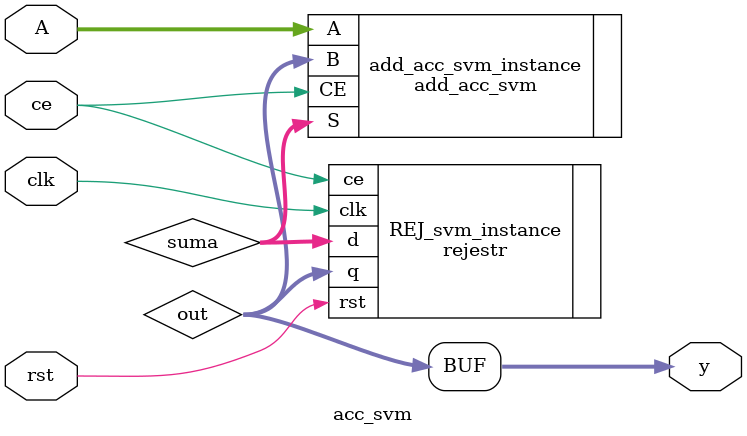
<source format=v>
`timescale 1ns / 1ps

module acc_svm(
    input clk,
    input ce,
    input rst,
    input signed [16:0]A,  //s3c13f
    
    output signed [21:0]y //s8c13f
);
    
wire signed [21:0]out;
wire signed [21:0]suma;

rejestr# (.N(22)) REJ_svm_instance
(
    .clk(clk),
    .ce(ce),
    .rst(rst),
    .d(suma),
    .q(out)
);

// latencja = 0
add_acc_svm add_acc_svm_instance
(
    .A(A),
    .B(out),
    .CE(ce),
    .S(suma)
);

assign y = out;
    
endmodule

</source>
